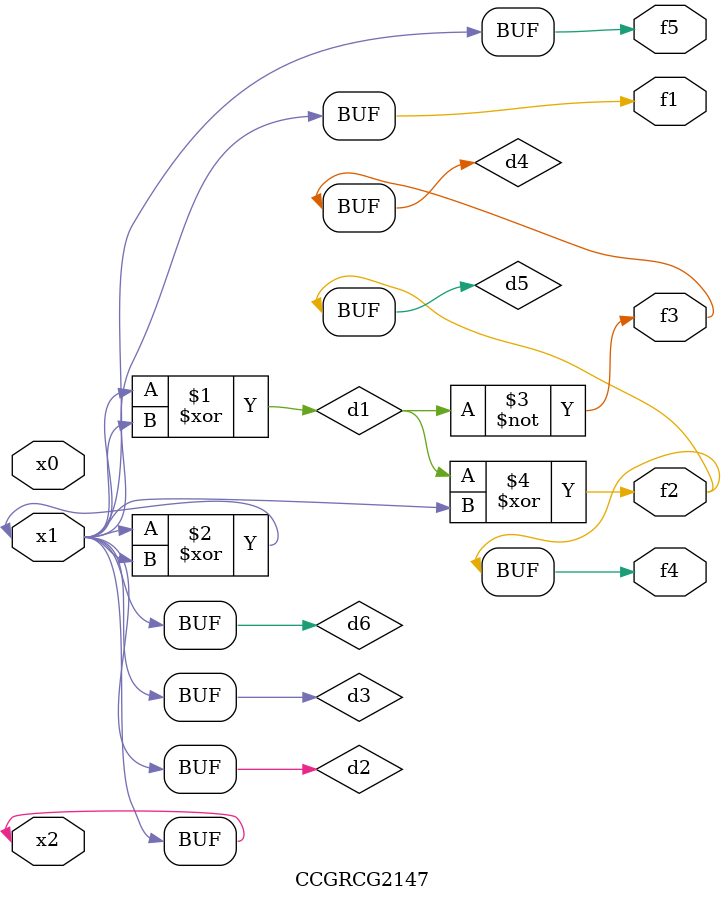
<source format=v>
module CCGRCG2147(
	input x0, x1, x2,
	output f1, f2, f3, f4, f5
);

	wire d1, d2, d3, d4, d5, d6;

	xor (d1, x1, x2);
	buf (d2, x1, x2);
	xor (d3, x1, x2);
	nor (d4, d1);
	xor (d5, d1, d2);
	buf (d6, d2, d3);
	assign f1 = d6;
	assign f2 = d5;
	assign f3 = d4;
	assign f4 = d5;
	assign f5 = d6;
endmodule

</source>
